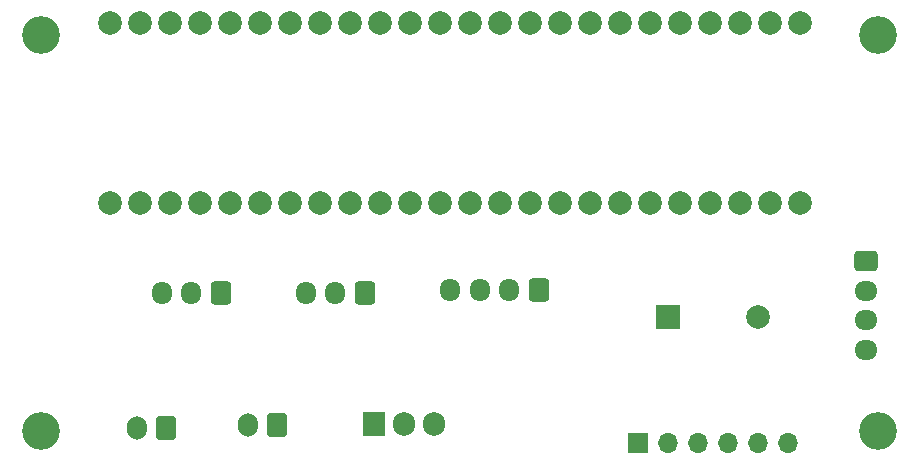
<source format=gbr>
%TF.GenerationSoftware,KiCad,Pcbnew,8.0.2-1*%
%TF.CreationDate,2024-12-19T12:14:32-05:00*%
%TF.ProjectId,Frame PCB v3,4672616d-6520-4504-9342-2076332e6b69,rev?*%
%TF.SameCoordinates,Original*%
%TF.FileFunction,Soldermask,Bot*%
%TF.FilePolarity,Negative*%
%FSLAX46Y46*%
G04 Gerber Fmt 4.6, Leading zero omitted, Abs format (unit mm)*
G04 Created by KiCad (PCBNEW 8.0.2-1) date 2024-12-19 12:14:32*
%MOMM*%
%LPD*%
G01*
G04 APERTURE LIST*
G04 Aperture macros list*
%AMRoundRect*
0 Rectangle with rounded corners*
0 $1 Rounding radius*
0 $2 $3 $4 $5 $6 $7 $8 $9 X,Y pos of 4 corners*
0 Add a 4 corners polygon primitive as box body*
4,1,4,$2,$3,$4,$5,$6,$7,$8,$9,$2,$3,0*
0 Add four circle primitives for the rounded corners*
1,1,$1+$1,$2,$3*
1,1,$1+$1,$4,$5*
1,1,$1+$1,$6,$7*
1,1,$1+$1,$8,$9*
0 Add four rect primitives between the rounded corners*
20,1,$1+$1,$2,$3,$4,$5,0*
20,1,$1+$1,$4,$5,$6,$7,0*
20,1,$1+$1,$6,$7,$8,$9,0*
20,1,$1+$1,$8,$9,$2,$3,0*%
G04 Aperture macros list end*
%ADD10RoundRect,0.250000X0.600000X0.725000X-0.600000X0.725000X-0.600000X-0.725000X0.600000X-0.725000X0*%
%ADD11O,1.700000X1.950000*%
%ADD12C,3.200000*%
%ADD13C,2.000000*%
%ADD14RoundRect,0.250000X0.600000X0.750000X-0.600000X0.750000X-0.600000X-0.750000X0.600000X-0.750000X0*%
%ADD15O,1.700000X2.000000*%
%ADD16RoundRect,0.250000X-0.725000X0.600000X-0.725000X-0.600000X0.725000X-0.600000X0.725000X0.600000X0*%
%ADD17O,1.950000X1.700000*%
%ADD18R,2.000000X2.000000*%
%ADD19R,1.700000X1.700000*%
%ADD20O,1.700000X1.700000*%
%ADD21R,1.905000X2.000000*%
%ADD22O,1.905000X2.000000*%
G04 APERTURE END LIST*
D10*
%TO.C,J1*%
X136144000Y-79756000D03*
D11*
X133644000Y-79756000D03*
X131144000Y-79756000D03*
%TD*%
D12*
%TO.C,H3*%
X191770000Y-91440000D03*
%TD*%
D13*
%TO.C,Teensy4.1*%
X126746000Y-72136000D03*
X129286000Y-72136000D03*
X131826000Y-72136000D03*
X134366000Y-72136000D03*
X136906000Y-72136000D03*
X139446000Y-72136000D03*
X141986000Y-72136000D03*
X144526000Y-72136000D03*
X147066000Y-72136000D03*
X149606000Y-72136000D03*
X152146000Y-72136000D03*
X154686000Y-72136000D03*
X157226000Y-72136000D03*
X159766000Y-72136000D03*
X162306000Y-72136000D03*
X164846000Y-72136000D03*
X167386000Y-72136000D03*
X169926000Y-72136000D03*
X172466000Y-72136000D03*
X175006000Y-72136000D03*
X177546000Y-72136000D03*
X180086000Y-72136000D03*
X182626000Y-72136000D03*
X185166000Y-72136000D03*
X185166000Y-56896000D03*
X182626000Y-56896000D03*
X180086000Y-56896000D03*
X177546000Y-56896000D03*
X175006000Y-56896000D03*
X172466000Y-56896000D03*
X169926000Y-56896000D03*
X167386000Y-56896000D03*
X164846000Y-56896000D03*
X162306000Y-56896000D03*
X159766000Y-56896000D03*
X157226000Y-56896000D03*
X154686000Y-56896000D03*
X152146000Y-56896000D03*
X149606000Y-56896000D03*
X147066000Y-56896000D03*
X144526000Y-56896000D03*
X141986000Y-56896000D03*
X139446000Y-56896000D03*
X136906000Y-56896000D03*
X134366000Y-56896000D03*
X131826000Y-56896000D03*
X129286000Y-56896000D03*
X126746000Y-56896000D03*
%TD*%
D14*
%TO.C,J3*%
X131532000Y-91186000D03*
D15*
X129032000Y-91186000D03*
%TD*%
D12*
%TO.C,H4*%
X120904000Y-91440000D03*
%TD*%
%TO.C,H1*%
X191770000Y-57912000D03*
%TD*%
D10*
%TO.C,SensorBoard1*%
X163068000Y-79502000D03*
D11*
X160568000Y-79502000D03*
X158068000Y-79502000D03*
X155568000Y-79502000D03*
%TD*%
D16*
%TO.C,VehiclePowerOn1*%
X190754000Y-77082000D03*
D17*
X190754000Y-79582000D03*
X190754000Y-82082000D03*
X190754000Y-84582000D03*
%TD*%
D12*
%TO.C,H2*%
X120904000Y-57912000D03*
%TD*%
D14*
%TO.C,J6*%
X140930000Y-90932000D03*
D15*
X138430000Y-90932000D03*
%TD*%
D18*
%TO.C,BZ1*%
X174000000Y-81788000D03*
D13*
X181600000Y-81788000D03*
%TD*%
D10*
%TO.C,J2*%
X148336000Y-79756000D03*
D11*
X145836000Y-79756000D03*
X143336000Y-79756000D03*
%TD*%
D19*
%TO.C,BH1*%
X171450000Y-92456000D03*
D20*
X173990000Y-92456000D03*
X176530000Y-92456000D03*
X179070000Y-92456000D03*
X181610000Y-92456000D03*
X184150000Y-92456000D03*
%TD*%
D21*
%TO.C,q1*%
X149098000Y-90861000D03*
D22*
X151638000Y-90861000D03*
X154178000Y-90861000D03*
%TD*%
M02*

</source>
